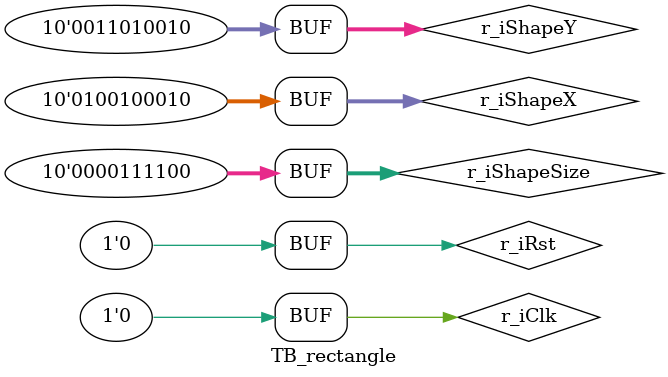
<source format=v>
`timescale 1ns / 1ps


module TB_rectangle;

//signals
reg r_iClk, r_iRst;
reg[9:0] r_iShapeX, r_iShapeY, r_iShapeSize;
wire[9:0] w_oCountH, w_oCountV;
wire w_oHS, w_oVS;
wire[3:0] w_oGreen, w_oRed, w_oBlue;

//params for VGA controller
localparam WIDTH_inst = 640;
localparam H_FP_inst = 16;
localparam H_PW_inst = 96;
localparam H_BP_inst = 48; //Htot = 20
localparam HEIGHT_inst = 480;
localparam V_FP_inst = 10;
localparam V_PW_inst = 2;
localparam V_BP_inst = 33; //Vtot = 15

VGA_timings
#( .WIDTH(WIDTH_inst), .H_FP(H_FP_inst), .H_PW(H_PW_inst), .H_BP(H_BP_inst), 
   .HEIGHT(HEIGHT_inst), .V_FP(V_FP_inst), .V_PW(V_PW_inst), .V_BP(V_BP_inst))
VGA_timings_inst
(   .iClk(r_iClk), .iRst(r_iRst), 
    .oCountH(w_oCountH), .oCountV(w_oCountV), .oHS(w_oHS), .oVS(w_oVS));
VGA_rectangle 
#(  .WIDTH(WIDTH_inst), .H_FP(H_FP_inst), .H_PW(H_PW_inst), .H_BP(H_BP_inst), 
   .HEIGHT(HEIGHT_inst), .V_FP(V_FP_inst), .V_PW(V_PW_inst), .V_BP(V_BP_inst) )
   VGA_rectangle_inst
   (.iClk(r_iClk), .iRst(r_iRst), .iCountH(w_oCountH), .iCountV(w_oCountV),
   .iShapeX(r_iShapeX), .iShapeY(r_iShapeY), .iShapeSize(r_iShapeSize),
   .iHS(w_oHS), .iVS(w_oVS), .oRed(w_oRed), .oGreen(w_oGreen), .oBlue(w_oBlue)
    );
   


always
begin
   r_iClk = 1;
   #(20);
   r_iClk = 0;
   #(20); 
end 


initial
begin
    r_iRst=1;
    #(500);
    r_iShapeX = 10'd290;
    r_iShapeY = 10'd210;
    r_iShapeSize = 10'd60;
    r_iRst = 0;
    #(10000);
end


endmodule

</source>
